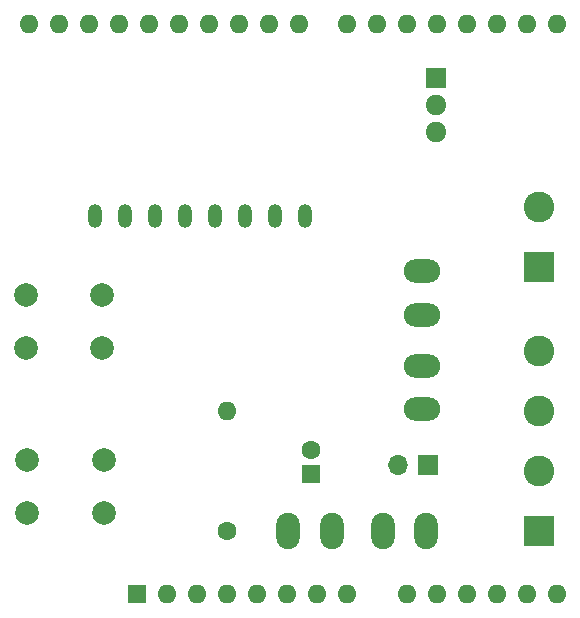
<source format=gbr>
%TF.GenerationSoftware,KiCad,Pcbnew,5.1.6+dfsg1-1*%
%TF.CreationDate,2020-07-08T08:01:11+01:00*%
%TF.ProjectId,Brew_Temperature_Controller,42726577-5f54-4656-9d70-657261747572,rev?*%
%TF.SameCoordinates,Original*%
%TF.FileFunction,Soldermask,Bot*%
%TF.FilePolarity,Negative*%
%FSLAX46Y46*%
G04 Gerber Fmt 4.6, Leading zero omitted, Abs format (unit mm)*
G04 Created by KiCad (PCBNEW 5.1.6+dfsg1-1) date 2020-07-08 08:01:11*
%MOMM*%
%LPD*%
G01*
G04 APERTURE LIST*
%ADD10O,1.200000X2.000000*%
%ADD11O,2.000000X3.100000*%
%ADD12O,3.100000X2.000000*%
%ADD13O,1.600000X1.600000*%
%ADD14R,1.600000X1.600000*%
%ADD15C,1.600000*%
%ADD16R,2.600000X2.600000*%
%ADD17C,2.600000*%
%ADD18R,1.700000X1.700000*%
%ADD19O,1.700000X1.700000*%
%ADD20R,1.800000X1.717500*%
%ADD21O,1.800000X1.717500*%
%ADD22C,2.000000*%
G04 APERTURE END LIST*
D10*
%TO.C,U1*%
X74930000Y-146812000D03*
X77470000Y-146812000D03*
X80010000Y-146812000D03*
X82550000Y-146812000D03*
X85090000Y-146812000D03*
X87630000Y-146812000D03*
X90170000Y-146812000D03*
X92710000Y-146812000D03*
%TD*%
D11*
%TO.C,F1*%
X103014000Y-173482000D03*
X99314000Y-173482000D03*
X95014000Y-173482000D03*
X91314000Y-173482000D03*
%TD*%
D12*
%TO.C,F2*%
X102616000Y-163194000D03*
X102616000Y-159494000D03*
X102616000Y-155194000D03*
X102616000Y-151494000D03*
%TD*%
D13*
%TO.C,A1*%
X111506000Y-130556000D03*
X114046000Y-130556000D03*
X74426000Y-130556000D03*
X114046000Y-178816000D03*
X76966000Y-130556000D03*
X111506000Y-178816000D03*
X79506000Y-130556000D03*
X108966000Y-178816000D03*
X82046000Y-130556000D03*
X106426000Y-178816000D03*
X84586000Y-130556000D03*
X103886000Y-178816000D03*
X87126000Y-130556000D03*
X101346000Y-178816000D03*
X89666000Y-130556000D03*
X96266000Y-178816000D03*
X92206000Y-130556000D03*
X93726000Y-178816000D03*
X96266000Y-130556000D03*
X91186000Y-178816000D03*
X98806000Y-130556000D03*
X88646000Y-178816000D03*
X101346000Y-130556000D03*
X86106000Y-178816000D03*
X103886000Y-130556000D03*
X83566000Y-178816000D03*
X106426000Y-130556000D03*
X81026000Y-178816000D03*
X108966000Y-130556000D03*
D14*
X78486000Y-178816000D03*
D13*
X71886000Y-130556000D03*
X69346000Y-130556000D03*
%TD*%
D14*
%TO.C,C3*%
X93218000Y-168656000D03*
D15*
X93218000Y-166656000D03*
%TD*%
D16*
%TO.C,J1*%
X112522000Y-173482000D03*
D17*
X112522000Y-168402000D03*
X112522000Y-163322000D03*
X112522000Y-158242000D03*
%TD*%
D16*
%TO.C,J2*%
X112522000Y-151130000D03*
D17*
X112522000Y-146050000D03*
%TD*%
D18*
%TO.C,J3*%
X103124000Y-167894000D03*
D19*
X100584000Y-167894000D03*
%TD*%
D20*
%TO.C,Q1*%
X103818667Y-135124000D03*
D21*
X103818667Y-137414000D03*
X103818667Y-139704000D03*
%TD*%
D15*
%TO.C,R1*%
X86106000Y-173482000D03*
D13*
X86106000Y-163322000D03*
%TD*%
D22*
%TO.C,SW1*%
X75588000Y-153488000D03*
X75588000Y-157988000D03*
X69088000Y-153488000D03*
X69088000Y-157988000D03*
%TD*%
%TO.C,SW2*%
X69192000Y-171958000D03*
X69192000Y-167458000D03*
X75692000Y-171958000D03*
X75692000Y-167458000D03*
%TD*%
M02*

</source>
